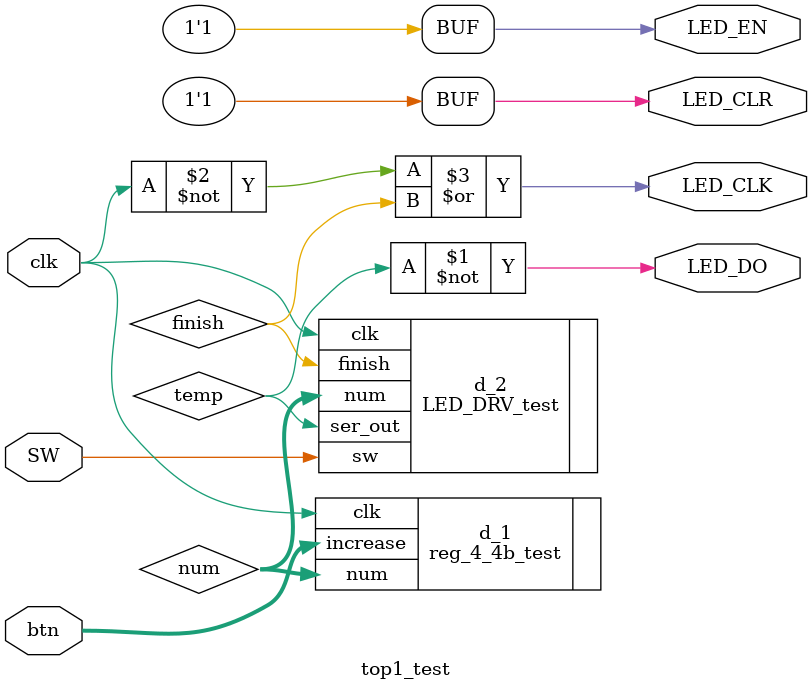
<source format=v>
module top1_test (
    input wire [3:0] btn,
    input wire clk,
    SW,
    output wire LED_CLK,
    LED_CLR,
    LED_DO,
    LED_EN
);
  assign LED_CLR = 1;
  assign LED_EN  = 1;
  wire temp;
  wire [15:0] num;

  wire finish;
  reg_4_4b_test d_1 (
      .clk(clk),
      .increase(btn),
      .num(num)
  );
  LED_DRV_test d_2 (
      .clk(clk),
      .sw(SW),
      .num(num),
      .finish(finish),
      .ser_out(temp)
  );
  assign LED_DO=~temp;
  assign LED_CLK = ~clk | finish;
endmodule

</source>
